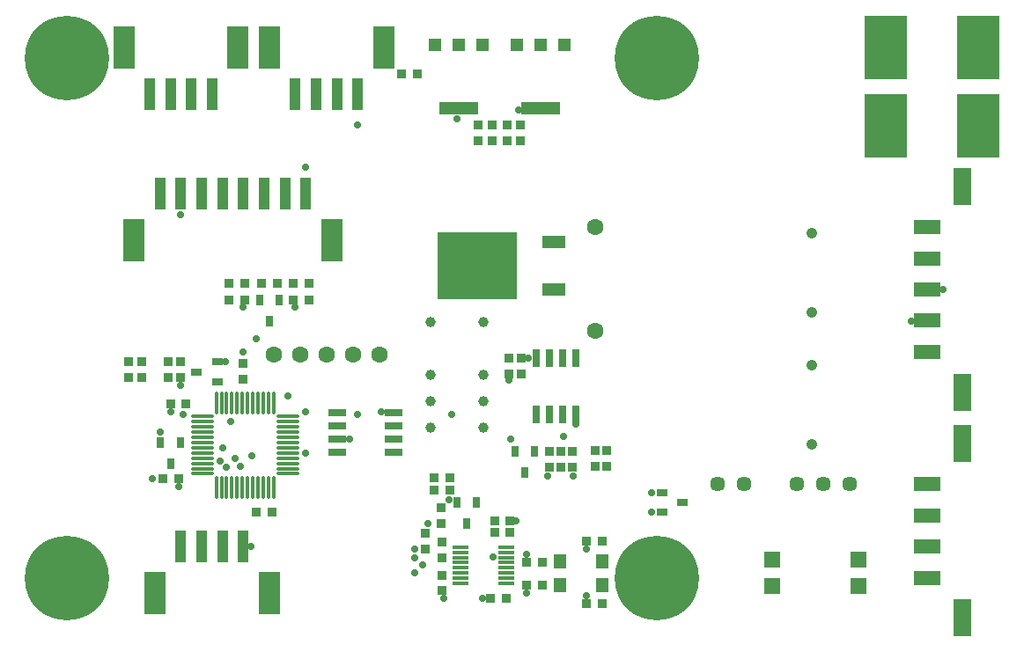
<source format=gts>
G04*
G04 #@! TF.GenerationSoftware,Altium Limited,Altium Designer,19.0.14 (431)*
G04*
G04 Layer_Color=8388736*
%FSLAX25Y25*%
%MOIN*%
G70*
G01*
G75*
%ADD19R,0.03943X0.03156*%
%ADD20R,0.10400X0.05400*%
%ADD21R,0.06896X0.13904*%
%ADD22R,0.03353X0.03550*%
%ADD23R,0.04337X0.12211*%
%ADD24R,0.08274X0.16148*%
%ADD25R,0.03550X0.03353*%
%ADD26R,0.05912X0.05912*%
%ADD27R,0.04731X0.05715*%
%ADD28O,0.08668X0.01581*%
%ADD29O,0.01581X0.08668*%
%ADD30R,0.03156X0.03943*%
%ADD31R,0.16148X0.24022*%
%ADD32R,0.09061X0.05124*%
%ADD33R,0.30400X0.25400*%
%ADD34R,0.02762X0.06502*%
%ADD35R,0.05900X0.01500*%
%ADD36R,0.06502X0.02762*%
%ADD37R,0.05124X0.05124*%
%ADD38R,0.14573X0.05124*%
%ADD39C,0.05715*%
%ADD40C,0.31896*%
%ADD41C,0.06306*%
%ADD42C,0.04239*%
%ADD43C,0.03943*%
%ADD44C,0.02762*%
D19*
X3937Y-66142D02*
D03*
Y-73622D02*
D03*
X11811Y-69882D02*
D03*
X-164370Y-24213D02*
D03*
Y-16732D02*
D03*
X-172244Y-20472D02*
D03*
D20*
X104331Y-98426D02*
D03*
Y-86615D02*
D03*
Y-74803D02*
D03*
Y-62992D02*
D03*
X104319Y-12849D02*
D03*
Y-1038D02*
D03*
Y10773D02*
D03*
Y22584D02*
D03*
Y34395D02*
D03*
D21*
X117835Y-47677D02*
D03*
Y-113741D02*
D03*
X117823Y49710D02*
D03*
Y-28164D02*
D03*
D22*
X-192913Y-22638D02*
D03*
Y-16732D02*
D03*
X-197835D02*
D03*
Y-22638D02*
D03*
X-85630Y-81693D02*
D03*
Y-87598D02*
D03*
X-154528Y-23268D02*
D03*
Y-17362D02*
D03*
X-79724Y-77756D02*
D03*
Y-71850D02*
D03*
X-178150Y-22638D02*
D03*
Y-16732D02*
D03*
X-183071D02*
D03*
Y-22638D02*
D03*
X-79331Y-90748D02*
D03*
Y-84842D02*
D03*
X-49409Y-15354D02*
D03*
Y-21260D02*
D03*
X-30118Y-50591D02*
D03*
Y-56496D02*
D03*
X-17126Y-56221D02*
D03*
Y-50315D02*
D03*
X-34449Y-56496D02*
D03*
Y-50591D02*
D03*
X-21457Y-50315D02*
D03*
Y-56221D02*
D03*
X-54134Y-15354D02*
D03*
Y-21260D02*
D03*
X-38780Y-50591D02*
D03*
Y-56496D02*
D03*
X-79331Y-97441D02*
D03*
Y-103347D02*
D03*
X-65551Y67126D02*
D03*
Y73032D02*
D03*
X-60236D02*
D03*
Y67126D02*
D03*
X-49803D02*
D03*
Y73032D02*
D03*
X-54724D02*
D03*
Y67126D02*
D03*
D23*
X-162402Y-86614D02*
D03*
X-154528D02*
D03*
X-170276D02*
D03*
X-178150D02*
D03*
X-111221Y84646D02*
D03*
X-119095D02*
D03*
X-134843D02*
D03*
X-126969D02*
D03*
X-166339D02*
D03*
X-174213D02*
D03*
X-189961D02*
D03*
X-182087D02*
D03*
X-186024Y47245D02*
D03*
X-178150D02*
D03*
X-170276D02*
D03*
X-162402D02*
D03*
X-154528D02*
D03*
X-146654D02*
D03*
X-130906D02*
D03*
X-138780D02*
D03*
D24*
X-144685Y-104331D02*
D03*
X-187993D02*
D03*
X-101377Y102363D02*
D03*
X-144685D02*
D03*
X-156496D02*
D03*
X-199804D02*
D03*
X-195867Y29528D02*
D03*
X-121063D02*
D03*
D25*
X-41339Y-92520D02*
D03*
X-47244D02*
D03*
X-41339Y-101378D02*
D03*
X-47244D02*
D03*
X-18701Y-108268D02*
D03*
X-24606D02*
D03*
X-18701Y-84646D02*
D03*
X-24606D02*
D03*
X-185039Y-61024D02*
D03*
X-179134D02*
D03*
X-153937Y6791D02*
D03*
X-159843D02*
D03*
Y13189D02*
D03*
X-153937D02*
D03*
X-147539D02*
D03*
X-141634D02*
D03*
X-135630Y6791D02*
D03*
X-129724D02*
D03*
Y13189D02*
D03*
X-135630D02*
D03*
X-88583Y92520D02*
D03*
X-94488D02*
D03*
X-82284Y-65354D02*
D03*
X-76378D02*
D03*
X-82284Y-60630D02*
D03*
X-76378D02*
D03*
X-53543Y-81102D02*
D03*
X-59449D02*
D03*
X-55118Y-106299D02*
D03*
X-61024D02*
D03*
X-59449Y-76772D02*
D03*
X-53543D02*
D03*
X-143701Y-73603D02*
D03*
X-149606D02*
D03*
X-176181Y-32480D02*
D03*
X-182087D02*
D03*
D26*
X45768Y-91457D02*
D03*
Y-101457D02*
D03*
X78248Y-91457D02*
D03*
Y-101457D02*
D03*
D27*
X-34646Y-101085D02*
D03*
X-18504D02*
D03*
Y-92227D02*
D03*
X-34646D02*
D03*
D28*
X-170079Y-37402D02*
D03*
Y-39370D02*
D03*
Y-41339D02*
D03*
Y-43307D02*
D03*
Y-45276D02*
D03*
Y-47244D02*
D03*
Y-49213D02*
D03*
Y-51181D02*
D03*
Y-53150D02*
D03*
Y-55118D02*
D03*
Y-57087D02*
D03*
Y-59055D02*
D03*
X-137795D02*
D03*
Y-57087D02*
D03*
Y-55118D02*
D03*
Y-53150D02*
D03*
Y-51181D02*
D03*
Y-49213D02*
D03*
Y-47244D02*
D03*
Y-45276D02*
D03*
Y-43307D02*
D03*
Y-41339D02*
D03*
Y-39370D02*
D03*
Y-37402D02*
D03*
D29*
X-164764Y-64370D02*
D03*
X-162795D02*
D03*
X-160827D02*
D03*
X-158858D02*
D03*
X-156890D02*
D03*
X-154921D02*
D03*
X-152953D02*
D03*
X-150984D02*
D03*
X-149016D02*
D03*
X-147047D02*
D03*
X-145079D02*
D03*
X-143110D02*
D03*
Y-32087D02*
D03*
X-145079D02*
D03*
X-147047D02*
D03*
X-149016D02*
D03*
X-150984D02*
D03*
X-152953D02*
D03*
X-154921D02*
D03*
X-156890D02*
D03*
X-158858D02*
D03*
X-160827D02*
D03*
X-162795D02*
D03*
X-164764D02*
D03*
D30*
X-178346Y-47244D02*
D03*
X-185827D02*
D03*
X-182087Y-55118D02*
D03*
X-66142Y-69882D02*
D03*
X-73622D02*
D03*
X-69882Y-77756D02*
D03*
X-140945Y6693D02*
D03*
X-148425D02*
D03*
X-144685Y-1181D02*
D03*
X-44291Y-50591D02*
D03*
X-51772D02*
D03*
X-48031Y-58465D02*
D03*
D31*
X123819Y102362D02*
D03*
X88779Y102559D02*
D03*
Y72835D02*
D03*
X123819Y72638D02*
D03*
D32*
X-36811Y28740D02*
D03*
Y10630D02*
D03*
D33*
X-65945Y19685D02*
D03*
D34*
X-43720Y-36614D02*
D03*
X-38721D02*
D03*
X-33720D02*
D03*
X-28721D02*
D03*
Y-15354D02*
D03*
X-33720D02*
D03*
X-38721D02*
D03*
X-43720D02*
D03*
D35*
X-72183Y-86806D02*
D03*
Y-88776D02*
D03*
Y-90746D02*
D03*
Y-92716D02*
D03*
Y-94686D02*
D03*
Y-96656D02*
D03*
Y-98626D02*
D03*
Y-100596D02*
D03*
X-54983D02*
D03*
Y-98626D02*
D03*
Y-96656D02*
D03*
Y-94686D02*
D03*
Y-92716D02*
D03*
Y-90746D02*
D03*
Y-88776D02*
D03*
Y-86806D02*
D03*
D36*
X-118898Y-35807D02*
D03*
Y-40807D02*
D03*
Y-45807D02*
D03*
Y-50807D02*
D03*
X-97638D02*
D03*
Y-45807D02*
D03*
Y-40807D02*
D03*
Y-35807D02*
D03*
D37*
X-63976Y103347D02*
D03*
X-73032D02*
D03*
X-82087D02*
D03*
X-32874D02*
D03*
X-41929D02*
D03*
X-50984D02*
D03*
D38*
X-73032Y79331D02*
D03*
X-41929D02*
D03*
D39*
X65118Y-62992D02*
D03*
X55118D02*
D03*
X75118D02*
D03*
X35118D02*
D03*
X25118D02*
D03*
D40*
X-221457Y98425D02*
D03*
Y-98425D02*
D03*
X1969D02*
D03*
Y98425D02*
D03*
D41*
X-103032Y-13780D02*
D03*
X-113031D02*
D03*
X-123031D02*
D03*
X-133031D02*
D03*
X-143032D02*
D03*
X-21248Y34449D02*
D03*
Y-4921D02*
D03*
D42*
X60630Y32126D02*
D03*
Y2126D02*
D03*
Y-17874D02*
D03*
Y-47874D02*
D03*
D43*
X-83661Y-21654D02*
D03*
Y-31654D02*
D03*
Y-41654D02*
D03*
X-63661D02*
D03*
Y-31654D02*
D03*
Y-21654D02*
D03*
Y-1654D02*
D03*
X-83661D02*
D03*
D44*
X0Y-66142D02*
D03*
X-130905Y-51220D02*
D03*
X0Y-73603D02*
D03*
X98425Y-1181D02*
D03*
X110236Y10773D02*
D03*
X-33465Y-44985D02*
D03*
X-53150Y-45807D02*
D03*
X-60039Y-90551D02*
D03*
X-75787Y-36417D02*
D03*
X-76772Y-68898D02*
D03*
X-130906Y-35433D02*
D03*
X-177165Y-36417D02*
D03*
X-163386Y-54134D02*
D03*
X-162402Y-49213D02*
D03*
X-160887Y-56590D02*
D03*
X-155512Y-56221D02*
D03*
X-137795Y-29528D02*
D03*
X-111221Y-36417D02*
D03*
X-50197Y78740D02*
D03*
X-154528Y-12795D02*
D03*
X-149661Y-7874D02*
D03*
X-151453Y-52165D02*
D03*
X-111221Y73032D02*
D03*
X-159449Y-39370D02*
D03*
X-161417Y-16732D02*
D03*
X-84646Y-77756D02*
D03*
X-73622Y75524D02*
D03*
X-114173Y-45807D02*
D03*
X-151575Y-86614D02*
D03*
X-179134Y-63892D02*
D03*
X-102362Y-35433D02*
D03*
X-154528Y3937D02*
D03*
X-134843D02*
D03*
X-186024Y-43307D02*
D03*
X-178150Y-25684D02*
D03*
X-89567Y-96457D02*
D03*
X-157480Y-53150D02*
D03*
X-86614Y-93504D02*
D03*
X-89567Y-90746D02*
D03*
Y-87598D02*
D03*
X-182087Y-35433D02*
D03*
X-178346Y39002D02*
D03*
X-188976Y-61024D02*
D03*
X-78740Y-106299D02*
D03*
X-63895D02*
D03*
X-24606Y-105315D02*
D03*
Y-87598D02*
D03*
X-47244Y-104331D02*
D03*
Y-89568D02*
D03*
X-29528Y-60039D02*
D03*
X-39370D02*
D03*
X-51181Y-76772D02*
D03*
X-54134Y-23622D02*
D03*
X-46565Y-15354D02*
D03*
X-28721Y-40354D02*
D03*
X-94488Y92020D02*
D03*
X-50984Y103347D02*
D03*
X-82087D02*
D03*
X-130905Y57087D02*
D03*
X-166339Y84646D02*
D03*
X-174213D02*
D03*
X-170276Y45276D02*
D03*
Y49213D02*
D03*
X-162402Y-88776D02*
D03*
X-74803Y10630D02*
D03*
X-58571Y19685D02*
D03*
X-74803Y28740D02*
D03*
X-32874Y103347D02*
D03*
X-54724Y73032D02*
D03*
X-60236D02*
D03*
X-63976Y103347D02*
D03*
X86614Y102363D02*
D03*
X124521D02*
D03*
M02*

</source>
